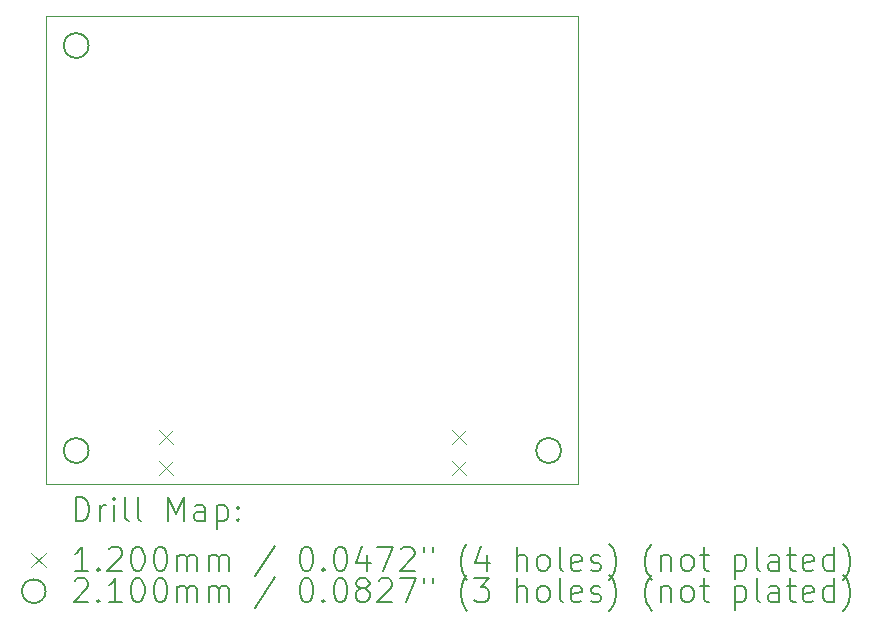
<source format=gbr>
%FSLAX45Y45*%
G04 Gerber Fmt 4.5, Leading zero omitted, Abs format (unit mm)*
G04 Created by KiCad (PCBNEW (6.0.0-0)) date 2022-02-18 10:34:28*
%MOMM*%
%LPD*%
G01*
G04 APERTURE LIST*
%TA.AperFunction,Profile*%
%ADD10C,0.100000*%
%TD*%
%ADD11C,0.200000*%
%ADD12C,0.120000*%
%ADD13C,0.210000*%
G04 APERTURE END LIST*
D10*
X0Y-635000D02*
X4500000Y-635000D01*
X4500000Y-635000D02*
X4500000Y-4600000D01*
X4500000Y-4600000D02*
X0Y-4600000D01*
X0Y-4600000D02*
X0Y-635000D01*
D11*
D12*
X956000Y-4143000D02*
X1076000Y-4263000D01*
X1076000Y-4143000D02*
X956000Y-4263000D01*
X956000Y-4403000D02*
X1076000Y-4523000D01*
X1076000Y-4403000D02*
X956000Y-4523000D01*
X3432500Y-4143000D02*
X3552500Y-4263000D01*
X3552500Y-4143000D02*
X3432500Y-4263000D01*
X3432500Y-4403000D02*
X3552500Y-4523000D01*
X3552500Y-4403000D02*
X3432500Y-4523000D01*
D13*
X359000Y-889000D02*
G75*
G03*
X359000Y-889000I-105000J0D01*
G01*
X359000Y-4318000D02*
G75*
G03*
X359000Y-4318000I-105000J0D01*
G01*
X4359500Y-4318000D02*
G75*
G03*
X4359500Y-4318000I-105000J0D01*
G01*
D11*
X252619Y-4915476D02*
X252619Y-4715476D01*
X300238Y-4715476D01*
X328810Y-4725000D01*
X347857Y-4744048D01*
X357381Y-4763095D01*
X366905Y-4801190D01*
X366905Y-4829762D01*
X357381Y-4867857D01*
X347857Y-4886905D01*
X328810Y-4905952D01*
X300238Y-4915476D01*
X252619Y-4915476D01*
X452619Y-4915476D02*
X452619Y-4782143D01*
X452619Y-4820238D02*
X462143Y-4801190D01*
X471667Y-4791667D01*
X490714Y-4782143D01*
X509762Y-4782143D01*
X576429Y-4915476D02*
X576429Y-4782143D01*
X576429Y-4715476D02*
X566905Y-4725000D01*
X576429Y-4734524D01*
X585952Y-4725000D01*
X576429Y-4715476D01*
X576429Y-4734524D01*
X700238Y-4915476D02*
X681190Y-4905952D01*
X671667Y-4886905D01*
X671667Y-4715476D01*
X805000Y-4915476D02*
X785952Y-4905952D01*
X776428Y-4886905D01*
X776428Y-4715476D01*
X1033571Y-4915476D02*
X1033571Y-4715476D01*
X1100238Y-4858333D01*
X1166905Y-4715476D01*
X1166905Y-4915476D01*
X1347857Y-4915476D02*
X1347857Y-4810714D01*
X1338333Y-4791667D01*
X1319286Y-4782143D01*
X1281190Y-4782143D01*
X1262143Y-4791667D01*
X1347857Y-4905952D02*
X1328810Y-4915476D01*
X1281190Y-4915476D01*
X1262143Y-4905952D01*
X1252619Y-4886905D01*
X1252619Y-4867857D01*
X1262143Y-4848810D01*
X1281190Y-4839286D01*
X1328810Y-4839286D01*
X1347857Y-4829762D01*
X1443095Y-4782143D02*
X1443095Y-4982143D01*
X1443095Y-4791667D02*
X1462143Y-4782143D01*
X1500238Y-4782143D01*
X1519286Y-4791667D01*
X1528809Y-4801190D01*
X1538333Y-4820238D01*
X1538333Y-4877381D01*
X1528809Y-4896429D01*
X1519286Y-4905952D01*
X1500238Y-4915476D01*
X1462143Y-4915476D01*
X1443095Y-4905952D01*
X1624048Y-4896429D02*
X1633571Y-4905952D01*
X1624048Y-4915476D01*
X1614524Y-4905952D01*
X1624048Y-4896429D01*
X1624048Y-4915476D01*
X1624048Y-4791667D02*
X1633571Y-4801190D01*
X1624048Y-4810714D01*
X1614524Y-4801190D01*
X1624048Y-4791667D01*
X1624048Y-4810714D01*
D12*
X-125000Y-5185000D02*
X-5000Y-5305000D01*
X-5000Y-5185000D02*
X-125000Y-5305000D01*
D11*
X357381Y-5335476D02*
X243095Y-5335476D01*
X300238Y-5335476D02*
X300238Y-5135476D01*
X281190Y-5164048D01*
X262143Y-5183095D01*
X243095Y-5192619D01*
X443095Y-5316429D02*
X452619Y-5325952D01*
X443095Y-5335476D01*
X433571Y-5325952D01*
X443095Y-5316429D01*
X443095Y-5335476D01*
X528810Y-5154524D02*
X538333Y-5145000D01*
X557381Y-5135476D01*
X605000Y-5135476D01*
X624048Y-5145000D01*
X633571Y-5154524D01*
X643095Y-5173571D01*
X643095Y-5192619D01*
X633571Y-5221190D01*
X519286Y-5335476D01*
X643095Y-5335476D01*
X766905Y-5135476D02*
X785952Y-5135476D01*
X805000Y-5145000D01*
X814524Y-5154524D01*
X824048Y-5173571D01*
X833571Y-5211667D01*
X833571Y-5259286D01*
X824048Y-5297381D01*
X814524Y-5316429D01*
X805000Y-5325952D01*
X785952Y-5335476D01*
X766905Y-5335476D01*
X747857Y-5325952D01*
X738333Y-5316429D01*
X728809Y-5297381D01*
X719286Y-5259286D01*
X719286Y-5211667D01*
X728809Y-5173571D01*
X738333Y-5154524D01*
X747857Y-5145000D01*
X766905Y-5135476D01*
X957381Y-5135476D02*
X976428Y-5135476D01*
X995476Y-5145000D01*
X1005000Y-5154524D01*
X1014524Y-5173571D01*
X1024048Y-5211667D01*
X1024048Y-5259286D01*
X1014524Y-5297381D01*
X1005000Y-5316429D01*
X995476Y-5325952D01*
X976428Y-5335476D01*
X957381Y-5335476D01*
X938333Y-5325952D01*
X928809Y-5316429D01*
X919286Y-5297381D01*
X909762Y-5259286D01*
X909762Y-5211667D01*
X919286Y-5173571D01*
X928809Y-5154524D01*
X938333Y-5145000D01*
X957381Y-5135476D01*
X1109762Y-5335476D02*
X1109762Y-5202143D01*
X1109762Y-5221190D02*
X1119286Y-5211667D01*
X1138333Y-5202143D01*
X1166905Y-5202143D01*
X1185952Y-5211667D01*
X1195476Y-5230714D01*
X1195476Y-5335476D01*
X1195476Y-5230714D02*
X1205000Y-5211667D01*
X1224048Y-5202143D01*
X1252619Y-5202143D01*
X1271667Y-5211667D01*
X1281190Y-5230714D01*
X1281190Y-5335476D01*
X1376429Y-5335476D02*
X1376429Y-5202143D01*
X1376429Y-5221190D02*
X1385952Y-5211667D01*
X1405000Y-5202143D01*
X1433571Y-5202143D01*
X1452619Y-5211667D01*
X1462143Y-5230714D01*
X1462143Y-5335476D01*
X1462143Y-5230714D02*
X1471667Y-5211667D01*
X1490714Y-5202143D01*
X1519286Y-5202143D01*
X1538333Y-5211667D01*
X1547857Y-5230714D01*
X1547857Y-5335476D01*
X1938333Y-5125952D02*
X1766905Y-5383095D01*
X2195476Y-5135476D02*
X2214524Y-5135476D01*
X2233571Y-5145000D01*
X2243095Y-5154524D01*
X2252619Y-5173571D01*
X2262143Y-5211667D01*
X2262143Y-5259286D01*
X2252619Y-5297381D01*
X2243095Y-5316429D01*
X2233571Y-5325952D01*
X2214524Y-5335476D01*
X2195476Y-5335476D01*
X2176429Y-5325952D01*
X2166905Y-5316429D01*
X2157381Y-5297381D01*
X2147857Y-5259286D01*
X2147857Y-5211667D01*
X2157381Y-5173571D01*
X2166905Y-5154524D01*
X2176429Y-5145000D01*
X2195476Y-5135476D01*
X2347857Y-5316429D02*
X2357381Y-5325952D01*
X2347857Y-5335476D01*
X2338333Y-5325952D01*
X2347857Y-5316429D01*
X2347857Y-5335476D01*
X2481190Y-5135476D02*
X2500238Y-5135476D01*
X2519286Y-5145000D01*
X2528810Y-5154524D01*
X2538333Y-5173571D01*
X2547857Y-5211667D01*
X2547857Y-5259286D01*
X2538333Y-5297381D01*
X2528810Y-5316429D01*
X2519286Y-5325952D01*
X2500238Y-5335476D01*
X2481190Y-5335476D01*
X2462143Y-5325952D01*
X2452619Y-5316429D01*
X2443095Y-5297381D01*
X2433571Y-5259286D01*
X2433571Y-5211667D01*
X2443095Y-5173571D01*
X2452619Y-5154524D01*
X2462143Y-5145000D01*
X2481190Y-5135476D01*
X2719286Y-5202143D02*
X2719286Y-5335476D01*
X2671667Y-5125952D02*
X2624048Y-5268810D01*
X2747857Y-5268810D01*
X2805000Y-5135476D02*
X2938333Y-5135476D01*
X2852619Y-5335476D01*
X3005000Y-5154524D02*
X3014524Y-5145000D01*
X3033571Y-5135476D01*
X3081190Y-5135476D01*
X3100238Y-5145000D01*
X3109762Y-5154524D01*
X3119286Y-5173571D01*
X3119286Y-5192619D01*
X3109762Y-5221190D01*
X2995476Y-5335476D01*
X3119286Y-5335476D01*
X3195476Y-5135476D02*
X3195476Y-5173571D01*
X3271667Y-5135476D02*
X3271667Y-5173571D01*
X3566905Y-5411667D02*
X3557381Y-5402143D01*
X3538333Y-5373571D01*
X3528809Y-5354524D01*
X3519286Y-5325952D01*
X3509762Y-5278333D01*
X3509762Y-5240238D01*
X3519286Y-5192619D01*
X3528809Y-5164048D01*
X3538333Y-5145000D01*
X3557381Y-5116429D01*
X3566905Y-5106905D01*
X3728809Y-5202143D02*
X3728809Y-5335476D01*
X3681190Y-5125952D02*
X3633571Y-5268810D01*
X3757381Y-5268810D01*
X3985952Y-5335476D02*
X3985952Y-5135476D01*
X4071667Y-5335476D02*
X4071667Y-5230714D01*
X4062143Y-5211667D01*
X4043095Y-5202143D01*
X4014524Y-5202143D01*
X3995476Y-5211667D01*
X3985952Y-5221190D01*
X4195476Y-5335476D02*
X4176428Y-5325952D01*
X4166905Y-5316429D01*
X4157381Y-5297381D01*
X4157381Y-5240238D01*
X4166905Y-5221190D01*
X4176428Y-5211667D01*
X4195476Y-5202143D01*
X4224048Y-5202143D01*
X4243095Y-5211667D01*
X4252619Y-5221190D01*
X4262143Y-5240238D01*
X4262143Y-5297381D01*
X4252619Y-5316429D01*
X4243095Y-5325952D01*
X4224048Y-5335476D01*
X4195476Y-5335476D01*
X4376429Y-5335476D02*
X4357381Y-5325952D01*
X4347857Y-5306905D01*
X4347857Y-5135476D01*
X4528810Y-5325952D02*
X4509762Y-5335476D01*
X4471667Y-5335476D01*
X4452619Y-5325952D01*
X4443095Y-5306905D01*
X4443095Y-5230714D01*
X4452619Y-5211667D01*
X4471667Y-5202143D01*
X4509762Y-5202143D01*
X4528810Y-5211667D01*
X4538333Y-5230714D01*
X4538333Y-5249762D01*
X4443095Y-5268810D01*
X4614524Y-5325952D02*
X4633571Y-5335476D01*
X4671667Y-5335476D01*
X4690714Y-5325952D01*
X4700238Y-5306905D01*
X4700238Y-5297381D01*
X4690714Y-5278333D01*
X4671667Y-5268810D01*
X4643095Y-5268810D01*
X4624048Y-5259286D01*
X4614524Y-5240238D01*
X4614524Y-5230714D01*
X4624048Y-5211667D01*
X4643095Y-5202143D01*
X4671667Y-5202143D01*
X4690714Y-5211667D01*
X4766905Y-5411667D02*
X4776429Y-5402143D01*
X4795476Y-5373571D01*
X4805000Y-5354524D01*
X4814524Y-5325952D01*
X4824048Y-5278333D01*
X4824048Y-5240238D01*
X4814524Y-5192619D01*
X4805000Y-5164048D01*
X4795476Y-5145000D01*
X4776429Y-5116429D01*
X4766905Y-5106905D01*
X5128810Y-5411667D02*
X5119286Y-5402143D01*
X5100238Y-5373571D01*
X5090714Y-5354524D01*
X5081190Y-5325952D01*
X5071667Y-5278333D01*
X5071667Y-5240238D01*
X5081190Y-5192619D01*
X5090714Y-5164048D01*
X5100238Y-5145000D01*
X5119286Y-5116429D01*
X5128810Y-5106905D01*
X5205000Y-5202143D02*
X5205000Y-5335476D01*
X5205000Y-5221190D02*
X5214524Y-5211667D01*
X5233571Y-5202143D01*
X5262143Y-5202143D01*
X5281190Y-5211667D01*
X5290714Y-5230714D01*
X5290714Y-5335476D01*
X5414524Y-5335476D02*
X5395476Y-5325952D01*
X5385952Y-5316429D01*
X5376429Y-5297381D01*
X5376429Y-5240238D01*
X5385952Y-5221190D01*
X5395476Y-5211667D01*
X5414524Y-5202143D01*
X5443095Y-5202143D01*
X5462143Y-5211667D01*
X5471667Y-5221190D01*
X5481190Y-5240238D01*
X5481190Y-5297381D01*
X5471667Y-5316429D01*
X5462143Y-5325952D01*
X5443095Y-5335476D01*
X5414524Y-5335476D01*
X5538333Y-5202143D02*
X5614524Y-5202143D01*
X5566905Y-5135476D02*
X5566905Y-5306905D01*
X5576429Y-5325952D01*
X5595476Y-5335476D01*
X5614524Y-5335476D01*
X5833571Y-5202143D02*
X5833571Y-5402143D01*
X5833571Y-5211667D02*
X5852619Y-5202143D01*
X5890714Y-5202143D01*
X5909762Y-5211667D01*
X5919286Y-5221190D01*
X5928809Y-5240238D01*
X5928809Y-5297381D01*
X5919286Y-5316429D01*
X5909762Y-5325952D01*
X5890714Y-5335476D01*
X5852619Y-5335476D01*
X5833571Y-5325952D01*
X6043095Y-5335476D02*
X6024048Y-5325952D01*
X6014524Y-5306905D01*
X6014524Y-5135476D01*
X6205000Y-5335476D02*
X6205000Y-5230714D01*
X6195476Y-5211667D01*
X6176428Y-5202143D01*
X6138333Y-5202143D01*
X6119286Y-5211667D01*
X6205000Y-5325952D02*
X6185952Y-5335476D01*
X6138333Y-5335476D01*
X6119286Y-5325952D01*
X6109762Y-5306905D01*
X6109762Y-5287857D01*
X6119286Y-5268810D01*
X6138333Y-5259286D01*
X6185952Y-5259286D01*
X6205000Y-5249762D01*
X6271667Y-5202143D02*
X6347857Y-5202143D01*
X6300238Y-5135476D02*
X6300238Y-5306905D01*
X6309762Y-5325952D01*
X6328809Y-5335476D01*
X6347857Y-5335476D01*
X6490714Y-5325952D02*
X6471667Y-5335476D01*
X6433571Y-5335476D01*
X6414524Y-5325952D01*
X6405000Y-5306905D01*
X6405000Y-5230714D01*
X6414524Y-5211667D01*
X6433571Y-5202143D01*
X6471667Y-5202143D01*
X6490714Y-5211667D01*
X6500238Y-5230714D01*
X6500238Y-5249762D01*
X6405000Y-5268810D01*
X6671667Y-5335476D02*
X6671667Y-5135476D01*
X6671667Y-5325952D02*
X6652619Y-5335476D01*
X6614524Y-5335476D01*
X6595476Y-5325952D01*
X6585952Y-5316429D01*
X6576428Y-5297381D01*
X6576428Y-5240238D01*
X6585952Y-5221190D01*
X6595476Y-5211667D01*
X6614524Y-5202143D01*
X6652619Y-5202143D01*
X6671667Y-5211667D01*
X6747857Y-5411667D02*
X6757381Y-5402143D01*
X6776428Y-5373571D01*
X6785952Y-5354524D01*
X6795476Y-5325952D01*
X6805000Y-5278333D01*
X6805000Y-5240238D01*
X6795476Y-5192619D01*
X6785952Y-5164048D01*
X6776428Y-5145000D01*
X6757381Y-5116429D01*
X6747857Y-5106905D01*
X-5000Y-5509000D02*
G75*
G03*
X-5000Y-5509000I-100000J0D01*
G01*
X243095Y-5418524D02*
X252619Y-5409000D01*
X271667Y-5399476D01*
X319286Y-5399476D01*
X338333Y-5409000D01*
X347857Y-5418524D01*
X357381Y-5437571D01*
X357381Y-5456619D01*
X347857Y-5485190D01*
X233571Y-5599476D01*
X357381Y-5599476D01*
X443095Y-5580429D02*
X452619Y-5589952D01*
X443095Y-5599476D01*
X433571Y-5589952D01*
X443095Y-5580429D01*
X443095Y-5599476D01*
X643095Y-5599476D02*
X528810Y-5599476D01*
X585952Y-5599476D02*
X585952Y-5399476D01*
X566905Y-5428048D01*
X547857Y-5447095D01*
X528810Y-5456619D01*
X766905Y-5399476D02*
X785952Y-5399476D01*
X805000Y-5409000D01*
X814524Y-5418524D01*
X824048Y-5437571D01*
X833571Y-5475667D01*
X833571Y-5523286D01*
X824048Y-5561381D01*
X814524Y-5580429D01*
X805000Y-5589952D01*
X785952Y-5599476D01*
X766905Y-5599476D01*
X747857Y-5589952D01*
X738333Y-5580429D01*
X728809Y-5561381D01*
X719286Y-5523286D01*
X719286Y-5475667D01*
X728809Y-5437571D01*
X738333Y-5418524D01*
X747857Y-5409000D01*
X766905Y-5399476D01*
X957381Y-5399476D02*
X976428Y-5399476D01*
X995476Y-5409000D01*
X1005000Y-5418524D01*
X1014524Y-5437571D01*
X1024048Y-5475667D01*
X1024048Y-5523286D01*
X1014524Y-5561381D01*
X1005000Y-5580429D01*
X995476Y-5589952D01*
X976428Y-5599476D01*
X957381Y-5599476D01*
X938333Y-5589952D01*
X928809Y-5580429D01*
X919286Y-5561381D01*
X909762Y-5523286D01*
X909762Y-5475667D01*
X919286Y-5437571D01*
X928809Y-5418524D01*
X938333Y-5409000D01*
X957381Y-5399476D01*
X1109762Y-5599476D02*
X1109762Y-5466143D01*
X1109762Y-5485190D02*
X1119286Y-5475667D01*
X1138333Y-5466143D01*
X1166905Y-5466143D01*
X1185952Y-5475667D01*
X1195476Y-5494714D01*
X1195476Y-5599476D01*
X1195476Y-5494714D02*
X1205000Y-5475667D01*
X1224048Y-5466143D01*
X1252619Y-5466143D01*
X1271667Y-5475667D01*
X1281190Y-5494714D01*
X1281190Y-5599476D01*
X1376429Y-5599476D02*
X1376429Y-5466143D01*
X1376429Y-5485190D02*
X1385952Y-5475667D01*
X1405000Y-5466143D01*
X1433571Y-5466143D01*
X1452619Y-5475667D01*
X1462143Y-5494714D01*
X1462143Y-5599476D01*
X1462143Y-5494714D02*
X1471667Y-5475667D01*
X1490714Y-5466143D01*
X1519286Y-5466143D01*
X1538333Y-5475667D01*
X1547857Y-5494714D01*
X1547857Y-5599476D01*
X1938333Y-5389952D02*
X1766905Y-5647095D01*
X2195476Y-5399476D02*
X2214524Y-5399476D01*
X2233571Y-5409000D01*
X2243095Y-5418524D01*
X2252619Y-5437571D01*
X2262143Y-5475667D01*
X2262143Y-5523286D01*
X2252619Y-5561381D01*
X2243095Y-5580429D01*
X2233571Y-5589952D01*
X2214524Y-5599476D01*
X2195476Y-5599476D01*
X2176429Y-5589952D01*
X2166905Y-5580429D01*
X2157381Y-5561381D01*
X2147857Y-5523286D01*
X2147857Y-5475667D01*
X2157381Y-5437571D01*
X2166905Y-5418524D01*
X2176429Y-5409000D01*
X2195476Y-5399476D01*
X2347857Y-5580429D02*
X2357381Y-5589952D01*
X2347857Y-5599476D01*
X2338333Y-5589952D01*
X2347857Y-5580429D01*
X2347857Y-5599476D01*
X2481190Y-5399476D02*
X2500238Y-5399476D01*
X2519286Y-5409000D01*
X2528810Y-5418524D01*
X2538333Y-5437571D01*
X2547857Y-5475667D01*
X2547857Y-5523286D01*
X2538333Y-5561381D01*
X2528810Y-5580429D01*
X2519286Y-5589952D01*
X2500238Y-5599476D01*
X2481190Y-5599476D01*
X2462143Y-5589952D01*
X2452619Y-5580429D01*
X2443095Y-5561381D01*
X2433571Y-5523286D01*
X2433571Y-5475667D01*
X2443095Y-5437571D01*
X2452619Y-5418524D01*
X2462143Y-5409000D01*
X2481190Y-5399476D01*
X2662143Y-5485190D02*
X2643095Y-5475667D01*
X2633571Y-5466143D01*
X2624048Y-5447095D01*
X2624048Y-5437571D01*
X2633571Y-5418524D01*
X2643095Y-5409000D01*
X2662143Y-5399476D01*
X2700238Y-5399476D01*
X2719286Y-5409000D01*
X2728810Y-5418524D01*
X2738333Y-5437571D01*
X2738333Y-5447095D01*
X2728810Y-5466143D01*
X2719286Y-5475667D01*
X2700238Y-5485190D01*
X2662143Y-5485190D01*
X2643095Y-5494714D01*
X2633571Y-5504238D01*
X2624048Y-5523286D01*
X2624048Y-5561381D01*
X2633571Y-5580429D01*
X2643095Y-5589952D01*
X2662143Y-5599476D01*
X2700238Y-5599476D01*
X2719286Y-5589952D01*
X2728810Y-5580429D01*
X2738333Y-5561381D01*
X2738333Y-5523286D01*
X2728810Y-5504238D01*
X2719286Y-5494714D01*
X2700238Y-5485190D01*
X2814524Y-5418524D02*
X2824048Y-5409000D01*
X2843095Y-5399476D01*
X2890714Y-5399476D01*
X2909762Y-5409000D01*
X2919286Y-5418524D01*
X2928809Y-5437571D01*
X2928809Y-5456619D01*
X2919286Y-5485190D01*
X2805000Y-5599476D01*
X2928809Y-5599476D01*
X2995476Y-5399476D02*
X3128809Y-5399476D01*
X3043095Y-5599476D01*
X3195476Y-5399476D02*
X3195476Y-5437571D01*
X3271667Y-5399476D02*
X3271667Y-5437571D01*
X3566905Y-5675667D02*
X3557381Y-5666143D01*
X3538333Y-5637571D01*
X3528809Y-5618524D01*
X3519286Y-5589952D01*
X3509762Y-5542333D01*
X3509762Y-5504238D01*
X3519286Y-5456619D01*
X3528809Y-5428048D01*
X3538333Y-5409000D01*
X3557381Y-5380429D01*
X3566905Y-5370905D01*
X3624048Y-5399476D02*
X3747857Y-5399476D01*
X3681190Y-5475667D01*
X3709762Y-5475667D01*
X3728809Y-5485190D01*
X3738333Y-5494714D01*
X3747857Y-5513762D01*
X3747857Y-5561381D01*
X3738333Y-5580429D01*
X3728809Y-5589952D01*
X3709762Y-5599476D01*
X3652619Y-5599476D01*
X3633571Y-5589952D01*
X3624048Y-5580429D01*
X3985952Y-5599476D02*
X3985952Y-5399476D01*
X4071667Y-5599476D02*
X4071667Y-5494714D01*
X4062143Y-5475667D01*
X4043095Y-5466143D01*
X4014524Y-5466143D01*
X3995476Y-5475667D01*
X3985952Y-5485190D01*
X4195476Y-5599476D02*
X4176428Y-5589952D01*
X4166905Y-5580429D01*
X4157381Y-5561381D01*
X4157381Y-5504238D01*
X4166905Y-5485190D01*
X4176428Y-5475667D01*
X4195476Y-5466143D01*
X4224048Y-5466143D01*
X4243095Y-5475667D01*
X4252619Y-5485190D01*
X4262143Y-5504238D01*
X4262143Y-5561381D01*
X4252619Y-5580429D01*
X4243095Y-5589952D01*
X4224048Y-5599476D01*
X4195476Y-5599476D01*
X4376429Y-5599476D02*
X4357381Y-5589952D01*
X4347857Y-5570905D01*
X4347857Y-5399476D01*
X4528810Y-5589952D02*
X4509762Y-5599476D01*
X4471667Y-5599476D01*
X4452619Y-5589952D01*
X4443095Y-5570905D01*
X4443095Y-5494714D01*
X4452619Y-5475667D01*
X4471667Y-5466143D01*
X4509762Y-5466143D01*
X4528810Y-5475667D01*
X4538333Y-5494714D01*
X4538333Y-5513762D01*
X4443095Y-5532810D01*
X4614524Y-5589952D02*
X4633571Y-5599476D01*
X4671667Y-5599476D01*
X4690714Y-5589952D01*
X4700238Y-5570905D01*
X4700238Y-5561381D01*
X4690714Y-5542333D01*
X4671667Y-5532810D01*
X4643095Y-5532810D01*
X4624048Y-5523286D01*
X4614524Y-5504238D01*
X4614524Y-5494714D01*
X4624048Y-5475667D01*
X4643095Y-5466143D01*
X4671667Y-5466143D01*
X4690714Y-5475667D01*
X4766905Y-5675667D02*
X4776429Y-5666143D01*
X4795476Y-5637571D01*
X4805000Y-5618524D01*
X4814524Y-5589952D01*
X4824048Y-5542333D01*
X4824048Y-5504238D01*
X4814524Y-5456619D01*
X4805000Y-5428048D01*
X4795476Y-5409000D01*
X4776429Y-5380429D01*
X4766905Y-5370905D01*
X5128810Y-5675667D02*
X5119286Y-5666143D01*
X5100238Y-5637571D01*
X5090714Y-5618524D01*
X5081190Y-5589952D01*
X5071667Y-5542333D01*
X5071667Y-5504238D01*
X5081190Y-5456619D01*
X5090714Y-5428048D01*
X5100238Y-5409000D01*
X5119286Y-5380429D01*
X5128810Y-5370905D01*
X5205000Y-5466143D02*
X5205000Y-5599476D01*
X5205000Y-5485190D02*
X5214524Y-5475667D01*
X5233571Y-5466143D01*
X5262143Y-5466143D01*
X5281190Y-5475667D01*
X5290714Y-5494714D01*
X5290714Y-5599476D01*
X5414524Y-5599476D02*
X5395476Y-5589952D01*
X5385952Y-5580429D01*
X5376429Y-5561381D01*
X5376429Y-5504238D01*
X5385952Y-5485190D01*
X5395476Y-5475667D01*
X5414524Y-5466143D01*
X5443095Y-5466143D01*
X5462143Y-5475667D01*
X5471667Y-5485190D01*
X5481190Y-5504238D01*
X5481190Y-5561381D01*
X5471667Y-5580429D01*
X5462143Y-5589952D01*
X5443095Y-5599476D01*
X5414524Y-5599476D01*
X5538333Y-5466143D02*
X5614524Y-5466143D01*
X5566905Y-5399476D02*
X5566905Y-5570905D01*
X5576429Y-5589952D01*
X5595476Y-5599476D01*
X5614524Y-5599476D01*
X5833571Y-5466143D02*
X5833571Y-5666143D01*
X5833571Y-5475667D02*
X5852619Y-5466143D01*
X5890714Y-5466143D01*
X5909762Y-5475667D01*
X5919286Y-5485190D01*
X5928809Y-5504238D01*
X5928809Y-5561381D01*
X5919286Y-5580429D01*
X5909762Y-5589952D01*
X5890714Y-5599476D01*
X5852619Y-5599476D01*
X5833571Y-5589952D01*
X6043095Y-5599476D02*
X6024048Y-5589952D01*
X6014524Y-5570905D01*
X6014524Y-5399476D01*
X6205000Y-5599476D02*
X6205000Y-5494714D01*
X6195476Y-5475667D01*
X6176428Y-5466143D01*
X6138333Y-5466143D01*
X6119286Y-5475667D01*
X6205000Y-5589952D02*
X6185952Y-5599476D01*
X6138333Y-5599476D01*
X6119286Y-5589952D01*
X6109762Y-5570905D01*
X6109762Y-5551857D01*
X6119286Y-5532810D01*
X6138333Y-5523286D01*
X6185952Y-5523286D01*
X6205000Y-5513762D01*
X6271667Y-5466143D02*
X6347857Y-5466143D01*
X6300238Y-5399476D02*
X6300238Y-5570905D01*
X6309762Y-5589952D01*
X6328809Y-5599476D01*
X6347857Y-5599476D01*
X6490714Y-5589952D02*
X6471667Y-5599476D01*
X6433571Y-5599476D01*
X6414524Y-5589952D01*
X6405000Y-5570905D01*
X6405000Y-5494714D01*
X6414524Y-5475667D01*
X6433571Y-5466143D01*
X6471667Y-5466143D01*
X6490714Y-5475667D01*
X6500238Y-5494714D01*
X6500238Y-5513762D01*
X6405000Y-5532810D01*
X6671667Y-5599476D02*
X6671667Y-5399476D01*
X6671667Y-5589952D02*
X6652619Y-5599476D01*
X6614524Y-5599476D01*
X6595476Y-5589952D01*
X6585952Y-5580429D01*
X6576428Y-5561381D01*
X6576428Y-5504238D01*
X6585952Y-5485190D01*
X6595476Y-5475667D01*
X6614524Y-5466143D01*
X6652619Y-5466143D01*
X6671667Y-5475667D01*
X6747857Y-5675667D02*
X6757381Y-5666143D01*
X6776428Y-5637571D01*
X6785952Y-5618524D01*
X6795476Y-5589952D01*
X6805000Y-5542333D01*
X6805000Y-5504238D01*
X6795476Y-5456619D01*
X6785952Y-5428048D01*
X6776428Y-5409000D01*
X6757381Y-5380429D01*
X6747857Y-5370905D01*
M02*

</source>
